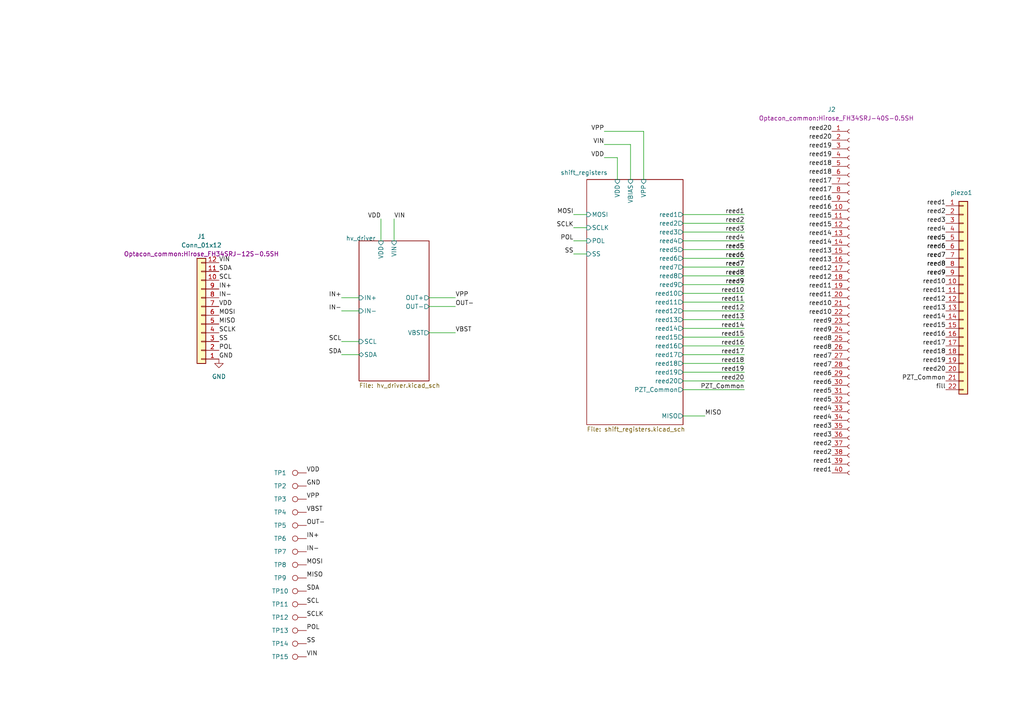
<source format=kicad_sch>
(kicad_sch (version 20230121) (generator eeschema)
  (paper "A4")
  (lib_symbols
    (symbol "Connector:Conn_01x40_Socket" (pin_names (offset 1.016) hide)
      (property "Reference" "J" (at 0 50.8 0))
      (property "Value" "Conn_01x40_Socket" (at 0 -53.34 0))
      (symbol "Conn_01x40_Socket_1_1"
        (arc (start 0 -50.292) (mid -0.5058 -50.8) (end 0 -51.308) (stroke (width 0.1524)))
        (arc (start 0 -47.752) (mid -0.5058 -48.26) (end 0 -48.768) (stroke (width 0.1524)))
        (arc (start 0 -45.212) (mid -0.5058 -45.72) (end 0 -46.228) (stroke (width 0.1524)))
        (arc (start 0 -42.672) (mid -0.5058 -43.18) (end 0 -43.688) (stroke (width 0.1524)))
        (arc (start 0 -40.132) (mid -0.5058 -40.64) (end 0 -41.148) (stroke (width 0.1524)))
        (arc (start 0 -37.592) (mid -0.5058 -38.1) (end 0 -38.608) (stroke (width 0.1524)))
        (arc (start 0 -35.052) (mid -0.5058 -35.56) (end 0 -36.068) (stroke (width 0.1524)))
        (arc (start 0 -32.512) (mid -0.5058 -33.02) (end 0 -33.528) (stroke (width 0.1524)))
        (arc (start 0 -29.972) (mid -0.5058 -30.48) (end 0 -30.988) (stroke (width 0.1524)))
        (arc (start 0 -27.432) (mid -0.5058 -27.94) (end 0 -28.448) (stroke (width 0.1524)))
        (arc (start 0 -24.892) (mid -0.5058 -25.4) (end 0 -25.908) (stroke (width 0.1524)))
        (arc (start 0 -22.352) (mid -0.5058 -22.86) (end 0 -23.368) (stroke (width 0.1524)))
        (arc (start 0 -19.812) (mid -0.5058 -20.32) (end 0 -20.828) (stroke (width 0.1524)))
        (arc (start 0 -17.272) (mid -0.5058 -17.78) (end 0 -18.288) (stroke (width 0.1524)))
        (arc (start 0 -14.732) (mid -0.5058 -15.24) (end 0 -15.748) (stroke (width 0.1524)))
        (arc (start 0 -12.192) (mid -0.5058 -12.7) (end 0 -13.208) (stroke (width 0.1524)))
        (arc (start 0 -9.652) (mid -0.5058 -10.16) (end 0 -10.668) (stroke (width 0.1524)))
        (arc (start 0 -7.112) (mid -0.5058 -7.62) (end 0 -8.128) (stroke (width 0.1524)))
        (arc (start 0 -4.572) (mid -0.5058 -5.08) (end 0 -5.588) (stroke (width 0.1524)))
        (arc (start 0 -2.032) (mid -0.5058 -2.54) (end 0 -3.048) (stroke (width 0.1524)))
        (polyline (pts (xy -1.27 -50.8) (xy -0.508 -50.8)) (stroke (width 0.1524)))
        (polyline (pts (xy -1.27 -48.26) (xy -0.508 -48.26)) (stroke (width 0.1524)))
        (polyline (pts (xy -1.27 -45.72) (xy -0.508 -45.72)) (stroke (width 0.1524)))
        (polyline (pts (xy -1.27 -43.18) (xy -0.508 -43.18)) (stroke (width 0.1524)))
        (polyline (pts (xy -1.27 -40.64) (xy -0.508 -40.64)) (stroke (width 0.1524)))
        (polyline (pts (xy -1.27 -38.1) (xy -0.508 -38.1)) (stroke (width 0.1524)))
        (polyline (pts (xy -1.27 -35.56) (xy -0.508 -35.56)) (stroke (width 0.1524)))
        (polyline (pts (xy -1.27 -33.02) (xy -0.508 -33.02)) (stroke (width 0.1524)))
        (polyline (pts (xy -1.27 -30.48) (xy -0.508 -30.48)) (stroke (width 0.1524)))
        (polyline (pts (xy -1.27 -27.94) (xy -0.508 -27.94)) (stroke (width 0.1524)))
        (polyline (pts (xy -1.27 -25.4) (xy -0.508 -25.4)) (stroke (width 0.1524)))
        (polyline (pts (xy -1.27 -22.86) (xy -0.508 -22.86)) (stroke (width 0.1524)))
        (polyline (pts (xy -1.27 -20.32) (xy -0.508 -20.32)) (stroke (width 0.1524)))
        (polyline (pts (xy -1.27 -17.78) (xy -0.508 -17.78)) (stroke (width 0.1524)))
        (polyline (pts (xy -1.27 -15.24) (xy -0.508 -15.24)) (stroke (width 0.1524)))
        (polyline (pts (xy -1.27 -12.7) (xy -0.508 -12.7)) (stroke (width 0.1524)))
        (polyline (pts (xy -1.27 -10.16) (xy -0.508 -10.16)) (stroke (width 0.1524)))
        (polyline (pts (xy -1.27 -7.62) (xy -0.508 -7.62)) (stroke (width 0.1524)))
        (polyline (pts (xy -1.27 -5.08) (xy -0.508 -5.08)) (stroke (width 0.1524)))
        (polyline (pts (xy -1.27 -2.54) (xy -0.508 -2.54)) (stroke (width 0.1524)))
        (polyline (pts (xy -1.27 0) (xy -0.508 0)) (stroke (width 0.1524)))
        (polyline (pts (xy -1.27 2.54) (xy -0.508 2.54)) (stroke (width 0.1524)))
        (polyline (pts (xy -1.27 5.08) (xy -0.508 5.08)) (stroke (width 0.1524)))
        (polyline (pts (xy -1.27 7.62) (xy -0.508 7.62)) (stroke (width 0.1524)))
        (polyline (pts (xy -1.27 10.16) (xy -0.508 10.16)) (stroke (width 0.1524)))
        (polyline (pts (xy -1.27 12.7) (xy -0.508 12.7)) (stroke (width 0.1524)))
        (polyline (pts (xy -1.27 15.24) (xy -0.508 15.24)) (stroke (width 0.1524)))
        (polyline (pts (xy -1.27 17.78) (xy -0.508 17.78)) (stroke (width 0.1524)))
        (polyline (pts (xy -1.27 20.32) (xy -0.508 20.32)) (stroke (width 0.1524)))
        (polyline (pts (xy -1.27 22.86) (xy -0.508 22.86)) (stroke (width 0.1524)))
        (polyline (pts (xy -1.27 25.4) (xy -0.508 25.4)) (stroke (width 0.1524)))
        (polyline (pts (xy -1.27 27.94) (xy -0.508 27.94)) (stroke (width 0.1524)))
        (polyline (pts (xy -1.27 30.48) (xy -0.508 30.48)) (stroke (width 0.1524)))
        (polyline (pts (xy -1.27 33.02) (xy -0.508 33.02)) (stroke (width 0.1524)))
        (polyline (pts (xy -1.27 35.56) (xy -0.508 35.56)) (stroke (width 0.1524)))
        (polyline (pts (xy -1.27 38.1) (xy -0.508 38.1)) (stroke (width 0.1524)))
        (polyline (pts (xy -1.27 40.64) (xy -0.508 40.64)) (stroke (width 0.1524)))
        (polyline (pts (xy -1.27 43.18) (xy -0.508 43.18)) (stroke (width 0.1524)))
        (polyline (pts (xy -1.27 45.72) (xy -0.508 45.72)) (stroke (width 0.1524)))
        (polyline (pts (xy -1.27 48.26) (xy -0.508 48.26)) (stroke (width 0.1524)))
        (arc (start 0 0.508) (mid -0.5058 0) (end 0 -0.508) (stroke (width 0.1524)))
        (arc (start 0 3.048) (mid -0.5058 2.54) (end 0 2.032) (stroke (width 0.1524)))
        (arc (start 0 5.588) (mid -0.5058 5.08) (end 0 4.572) (stroke (width 0.1524)))
        (arc (start 0 8.128) (mid -0.5058 7.62) (end 0 7.112) (stroke (width 0.1524)))
        (arc (start 0 10.668) (mid -0.5058 10.16) (end 0 9.652) (stroke (width 0.1524)))
        (arc (start 0 13.208) (mid -0.5058 12.7) (end 0 12.192) (stroke (width 0.1524)))
        (arc (start 0 15.748) (mid -0.5058 15.24) (end 0 14.732) (stroke (width 0.1524)))
        (arc (start 0 18.288) (mid -0.5058 17.78) (end 0 17.272) (stroke (width 0.1524)))
        (arc (start 0 20.828) (mid -0.5058 20.32) (end 0 19.812) (stroke (width 0.1524)))
        (arc (start 0 23.368) (mid -0.5058 22.86) (end 0 22.352) (stroke (width 0.1524)))
        (arc (start 0 25.908) (mid -0.5058 25.4) (end 0 24.892) (stroke (width 0.1524)))
        (arc (start 0 28.448) (mid -0.5058 27.94) (end 0 27.432) (stroke (width 0.1524)))
        (arc (start 0 30.988) (mid -0.5058 30.48) (end 0 29.972) (stroke (width 0.1524)))
        (arc (start 0 33.528) (mid -0.5058 33.02) (end 0 32.512) (stroke (width 0.1524)))
        (arc (start 0 36.068) (mid -0.5058 35.56) (end 0 35.052) (stroke (width 0.1524)))
        (arc (start 0 38.608) (mid -0.5058 38.1) (end 0 37.592) (stroke (width 0.1524)))
        (arc (start 0 41.148) (mid -0.5058 40.64) (end 0 40.132) (stroke (width 0.1524)))
        (arc (start 0 43.688) (mid -0.5058 43.18) (end 0 42.672) (stroke (width 0.1524)))
        (arc (start 0 46.228) (mid -0.5058 45.72) (end 0 45.212) (stroke (width 0.1524)))
        (arc (start 0 48.768) (mid -0.5058 48.26) (end 0 47.752) (stroke (width 0.1524)))
        (pin passive line (at -5.08 48.26 0) (length 3.81) (name "Pin_1") (number "1"))
        (pin passive line (at -5.08 25.4 0) (length 3.81) (name "Pin_10") (number "10"))
        (pin passive line (at -5.08 22.86 0) (length 3.81) (name "Pin_11") (number "11"))
        (pin passive line (at -5.08 20.32 0) (length 3.81) (name "Pin_12") (number "12"))
        (pin passive line (at -5.08 17.78 0) (length 3.81) (name "Pin_13") (number "13"))
        (pin passive line (at -5.08 15.24 0) (length 3.81) (name "Pin_14") (number "14"))
        (pin passive line (at -5.08 12.7 0) (length 3.81) (name "Pin_15") (number "15"))
        (pin passive line (at -5.08 10.16 0) (length 3.81) (name "Pin_16") (number "16"))
        (pin passive line (at -5.08 7.62 0) (length 3.81) (name "Pin_17") (number "17"))
        (pin passive line (at -5.08 5.08 0) (length 3.81) (name "Pin_18") (number "18"))
        (pin passive line (at -5.08 2.54 0) (length 3.81) (name "Pin_19") (number "19"))
        (pin passive line (at -5.08 45.72 0) (length 3.81) (name "Pin_2") (number "2"))
        (pin passive line (at -5.08 0 0) (length 3.81) (name "Pin_20") (number "20"))
        (pin passive line (at -5.08 -2.54 0) (length 3.81) (name "Pin_21") (number "21"))
        (pin passive line (at -5.08 -5.08 0) (length 3.81) (name "Pin_22") (number "22"))
        (pin passive line (at -5.08 -7.62 0) (length 3.81) (name "Pin_23") (number "23"))
        (pin passive line (at -5.08 -10.16 0) (length 3.81) (name "Pin_24") (number "24"))
        (pin passive line (at -5.08 -12.7 0) (length 3.81) (name "Pin_25") (number "25"))
        (pin passive line (at -5.08 -15.24 0) (length 3.81) (name "Pin_26") (number "26"))
        (pin passive line (at -5.08 -17.78 0) (length 3.81) (name "Pin_27") (number "27"))
        (pin passive line (at -5.08 -20.32 0) (length 3.81) (name "Pin_28") (number "28"))
        (pin passive line (at -5.08 -22.86 0) (length 3.81) (name "Pin_29") (number "29"))
        (pin passive line (at -5.08 43.18 0) (length 3.81) (name "Pin_3") (number "3"))
        (pin passive line (at -5.08 -25.4 0) (length 3.81) (name "Pin_30") (number "30"))
        (pin passive line (at -5.08 -27.94 0) (length 3.81) (name "Pin_31") (number "31"))
        (pin passive line (at -5.08 -30.48 0) (length 3.81) (name "Pin_32") (number "32"))
        (pin passive line (at -5.08 -33.02 0) (length 3.81) (name "Pin_33") (number "33"))
        (pin passive line (at -5.08 -35.56 0) (length 3.81) (name "Pin_34") (number "34"))
        (pin passive line (at -5.08 -38.1 0) (length 3.81) (name "Pin_35") (number "35"))
        (pin passive line (at -5.08 -40.64 0) (length 3.81) (name "Pin_36") (number "36"))
        (pin passive line (at -5.08 -43.18 0) (length 3.81) (name "Pin_37") (number "37"))
        (pin passive line (at -5.08 -45.72 0) (length 3.81) (name "Pin_38") (number "38"))
        (pin passive line (at -5.08 -48.26 0) (length 3.81) (name "Pin_39") (number "39"))
        (pin passive line (at -5.08 40.64 0) (length 3.81) (name "Pin_4") (number "4"))
        (pin passive line (at -5.08 -50.8 0) (length 3.81) (name "Pin_40") (number "40"))
        (pin passive line (at -5.08 38.1 0) (length 3.81) (name "Pin_5") (number "5"))
        (pin passive line (at -5.08 35.56 0) (length 3.81) (name "Pin_6") (number "6"))
        (pin passive line (at -5.08 33.02 0) (length 3.81) (name "Pin_7") (number "7"))
        (pin passive line (at -5.08 30.48 0) (length 3.81) (name "Pin_8") (number "8"))
        (pin passive line (at -5.08 27.94 0) (length 3.81) (name "Pin_9") (number "9"))
      )
    )
    (symbol "Connector:TestPoint" (pin_numbers hide) (pin_names (offset 0.762) hide)
      (property "Reference" "TP" (at 0 6.858 0))
      (property "Value" "TestPoint" (at 0 5.08 0))
      (symbol "TestPoint_0_1"
        (circle (center 0 3.302) (radius 0.762))
      )
      (symbol "TestPoint_1_1"
        (pin passive line (at 0 0 90) (length 2.54) (name "1") (number "1"))
      )
    )
    (symbol "Connector_Generic:Conn_01x12" (pin_names (offset 1.016) hide)
      (property "Reference" "J" (at 0 15.24 0))
      (property "Value" "Conn_01x12" (at 0 -17.78 0))
      (symbol "Conn_01x12_1_1"
        (rectangle (start -1.27 -15.113) (end 0 -15.367) (stroke (width 0.1524)))
        (rectangle (start -1.27 -12.573) (end 0 -12.827) (stroke (width 0.1524)))
        (rectangle (start -1.27 -10.033) (end 0 -10.287) (stroke (width 0.1524)))
        (rectangle (start -1.27 -7.493) (end 0 -7.747) (stroke (width 0.1524)))
        (rectangle (start -1.27 -4.953) (end 0 -5.207) (stroke (width 0.1524)))
        (rectangle (start -1.27 -2.413) (end 0 -2.667) (stroke (width 0.1524)))
        (rectangle (start -1.27 0.127) (end 0 -0.127) (stroke (width 0.1524)))
        (rectangle (start -1.27 2.667) (end 0 2.413) (stroke (width 0.1524)))
        (rectangle (start -1.27 5.207) (end 0 4.953) (stroke (width 0.1524)))
        (rectangle (start -1.27 7.747) (end 0 7.493) (stroke (width 0.1524)))
        (rectangle (start -1.27 10.287) (end 0 10.033) (stroke (width 0.1524)))
        (rectangle (start -1.27 12.827) (end 0 12.573) (stroke (width 0.1524)))
        (rectangle (start -1.27 13.97) (end 1.27 -16.51) (stroke (width 0.254)) (fill (type background)))
        (pin passive line (at -5.08 12.7 0) (length 3.81) (name "Pin_1") (number "1"))
        (pin passive line (at -5.08 -10.16 0) (length 3.81) (name "Pin_10") (number "10"))
        (pin passive line (at -5.08 -12.7 0) (length 3.81) (name "Pin_11") (number "11"))
        (pin passive line (at -5.08 -15.24 0) (length 3.81) (name "Pin_12") (number "12"))
        (pin passive line (at -5.08 10.16 0) (length 3.81) (name "Pin_2") (number "2"))
        (pin passive line (at -5.08 7.62 0) (length 3.81) (name "Pin_3") (number "3"))
        (pin passive line (at -5.08 5.08 0) (length 3.81) (name "Pin_4") (number "4"))
        (pin passive line (at -5.08 2.54 0) (length 3.81) (name "Pin_5") (number "5"))
        (pin passive line (at -5.08 0 0) (length 3.81) (name "Pin_6") (number "6"))
        (pin passive line (at -5.08 -2.54 0) (length 3.81) (name "Pin_7") (number "7"))
        (pin passive line (at -5.08 -5.08 0) (length 3.81) (name "Pin_8") (number "8"))
        (pin passive line (at -5.08 -7.62 0) (length 3.81) (name "Pin_9") (number "9"))
      )
    )
    (symbol "Connector_Generic:Conn_01x22" (pin_names (offset 1.016) hide)
      (property "Reference" "J" (at 0 27.94 0))
      (property "Value" "Conn_01x22" (at 0 -30.48 0))
      (symbol "Conn_01x22_1_1"
        (rectangle (start -1.27 -27.813) (end 0 -28.067) (stroke (width 0.1524)))
        (rectangle (start -1.27 -25.273) (end 0 -25.527) (stroke (width 0.1524)))
        (rectangle (start -1.27 -22.733) (end 0 -22.987) (stroke (width 0.1524)))
        (rectangle (start -1.27 -20.193) (end 0 -20.447) (stroke (width 0.1524)))
        (rectangle (start -1.27 -17.653) (end 0 -17.907) (stroke (width 0.1524)))
        (rectangle (start -1.27 -15.113) (end 0 -15.367) (stroke (width 0.1524)))
        (rectangle (start -1.27 -12.573) (end 0 -12.827) (stroke (width 0.1524)))
        (rectangle (start -1.27 -10.033) (end 0 -10.287) (stroke (width 0.1524)))
        (rectangle (start -1.27 -7.493) (end 0 -7.747) (stroke (width 0.1524)))
        (rectangle (start -1.27 -4.953) (end 0 -5.207) (stroke (width 0.1524)))
        (rectangle (start -1.27 -2.413) (end 0 -2.667) (stroke (width 0.1524)))
        (rectangle (start -1.27 0.127) (end 0 -0.127) (stroke (width 0.1524)))
        (rectangle (start -1.27 2.667) (end 0 2.413) (stroke (width 0.1524)))
        (rectangle (start -1.27 5.207) (end 0 4.953) (stroke (width 0.1524)))
        (rectangle (start -1.27 7.747) (end 0 7.493) (stroke (width 0.1524)))
        (rectangle (start -1.27 10.287) (end 0 10.033) (stroke (width 0.1524)))
        (rectangle (start -1.27 12.827) (end 0 12.573) (stroke (width 0.1524)))
        (rectangle (start -1.27 15.367) (end 0 15.113) (stroke (width 0.1524)))
        (rectangle (start -1.27 17.907) (end 0 17.653) (stroke (width 0.1524)))
        (rectangle (start -1.27 20.447) (end 0 20.193) (stroke (width 0.1524)))
        (rectangle (start -1.27 22.987) (end 0 22.733) (stroke (width 0.1524)))
        (rectangle (start -1.27 25.527) (end 0 25.273) (stroke (width 0.1524)))
        (rectangle (start -1.27 26.67) (end 1.27 -29.21) (stroke (width 0.254)) (fill (type background)))
        (pin passive line (at -5.08 25.4 0) (length 3.81) (name "Pin_1") (number "1"))
        (pin passive line (at -5.08 2.54 0) (length 3.81) (name "Pin_10") (number "10"))
        (pin passive line (at -5.08 0 0) (length 3.81) (name "Pin_11") (number "11"))
        (pin passive line (at -5.08 -2.54 0) (length 3.81) (name "Pin_12") (number "12"))
        (pin passive line (at -5.08 -5.08 0) (length 3.81) (name "Pin_13") (number "13"))
        (pin passive line (at -5.08 -7.62 0) (length 3.81) (name "Pin_14") (number "14"))
        (pin passive line (at -5.08 -10.16 0) (length 3.81) (name "Pin_15") (number "15"))
        (pin passive line (at -5.08 -12.7 0) (length 3.81) (name "Pin_16") (number "16"))
        (pin passive line (at -5.08 -15.24 0) (length 3.81) (name "Pin_17") (number "17"))
        (pin passive line (at -5.08 -17.78 0) (length 3.81) (name "Pin_18") (number "18"))
        (pin passive line (at -5.08 -20.32 0) (length 3.81) (name "Pin_19") (number "19"))
        (pin passive line (at -5.08 22.86 0) (length 3.81) (name "Pin_2") (number "2"))
        (pin passive line (at -5.08 -22.86 0) (length 3.81) (name "Pin_20") (number "20"))
        (pin passive line (at -5.08 -25.4 0) (length 3.81) (name "Pin_21") (number "21"))
        (pin passive line (at -5.08 -27.94 0) (length 3.81) (name "Pin_22") (number "22"))
        (pin passive line (at -5.08 20.32 0) (length 3.81) (name "Pin_3") (number "3"))
        (pin passive line (at -5.08 17.78 0) (length 3.81) (name "Pin_4") (number "4"))
        (pin passive line (at -5.08 15.24 0) (length 3.81) (name "Pin_5") (number "5"))
        (pin passive line (at -5.08 12.7 0) (length 3.81) (name "Pin_6") (number "6"))
        (pin passive line (at -5.08 10.16 0) (length 3.81) (name "Pin_7") (number "7"))
        (pin passive line (at -5.08 7.62 0) (length 3.81) (name "Pin_8") (number "8"))
        (pin passive line (at -5.08 5.08 0) (length 3.81) (name "Pin_9") (number "9"))
      )
    )
    (symbol "TestPoint_1" (pin_numbers hide) (pin_names (offset 0.762) hide)
      (property "Reference" "TP" (at 0 6.858 0))
      (property "Value" "TestPoint" (at 0 5.08 0))
      (symbol "TestPoint_1_0_1"
        (circle (center 0 3.302) (radius 0.762))
      )
      (symbol "TestPoint_1_1_1"
        (pin passive line (at 0 0 90) (length 2.54) (name "1") (number "1"))
      )
    )
    (symbol "power:GND" (power) (pin_names (offset 0))
      (property "Value" "GND" (at 0 -3.81 0))
      (symbol "GND_0_1"
        (polyline (pts (xy 0 0) (xy 0 -1.27) (xy 1.27 -1.27) (xy 0 -2.54) (xy -1.27 -1.27) (xy 0 -1.27)))
      )
      (symbol "GND_1_1"
        (pin power_in line (at 0 0 270) (length 0) hide (name "GND") (number "1"))
      )
    )
  )
  (wire (pts (xy 198.12 90.17) (xy 215.9 90.17)))
  (wire (pts (xy 198.12 72.39) (xy 215.9 72.39)))
  (wire (pts (xy 166.37 62.23) (xy 170.18 62.23)))
  (wire (pts (xy 198.12 74.93) (xy 215.9 74.93)))
  (wire (pts (xy 99.06 90.17) (xy 104.14 90.17)))
  (wire (pts (xy 198.12 97.79) (xy 215.9 97.79)))
  (wire (pts (xy 166.37 69.85) (xy 170.18 69.85)))
  (wire (pts (xy 99.06 86.36) (xy 104.14 86.36)))
  (wire (pts (xy 175.26 41.91) (xy 182.88 41.91)))
  (wire (pts (xy 99.06 102.87) (xy 104.14 102.87)))
  (wire (pts (xy 198.12 77.47) (xy 215.9 77.47)))
  (wire (pts (xy 198.12 67.31) (xy 215.9 67.31)))
  (wire (pts (xy 175.26 45.72) (xy 179.07 45.72)))
  (wire (pts (xy 198.12 107.95) (xy 215.9 107.95)))
  (wire (pts (xy 124.46 88.9) (xy 132.08 88.9)))
  (wire (pts (xy 198.12 113.03) (xy 215.9 113.03)))
  (wire (pts (xy 166.37 66.04) (xy 170.18 66.04)))
  (wire (pts (xy 166.37 73.66) (xy 170.18 73.66)))
  (wire (pts (xy 182.88 41.91) (xy 182.88 52.07)))
  (wire (pts (xy 198.12 82.55) (xy 215.9 82.55)))
  (wire (pts (xy 198.12 105.41) (xy 215.9 105.41)))
  (wire (pts (xy 179.07 45.72) (xy 179.07 52.07)))
  (wire (pts (xy 99.06 99.06) (xy 104.14 99.06)))
  (wire (pts (xy 198.12 69.85) (xy 215.9 69.85)))
  (wire (pts (xy 114.3 63.5) (xy 114.3 69.85)))
  (wire (pts (xy 198.12 102.87) (xy 215.9 102.87)))
  (wire (pts (xy 175.26 38.1) (xy 186.69 38.1)))
  (wire (pts (xy 198.12 110.49) (xy 215.9 110.49)))
  (wire (pts (xy 198.12 62.23) (xy 215.9 62.23)))
  (wire (pts (xy 198.12 100.33) (xy 215.9 100.33)))
  (wire (pts (xy 110.49 63.5) (xy 110.49 69.85)))
  (wire (pts (xy 124.46 96.52) (xy 132.08 96.52)))
  (wire (pts (xy 198.12 87.63) (xy 215.9 87.63)))
  (wire (pts (xy 198.12 92.71) (xy 215.9 92.71)))
  (wire (pts (xy 198.12 85.09) (xy 215.9 85.09)))
  (wire (pts (xy 198.12 95.25) (xy 215.9 95.25)))
  (wire (pts (xy 198.12 64.77) (xy 215.9 64.77)))
  (wire (pts (xy 198.12 80.01) (xy 215.9 80.01)))
  (wire (pts (xy 198.12 120.65) (xy 204.47 120.65)))
  (wire (pts (xy 124.46 86.36) (xy 132.08 86.36)))
  (wire (pts (xy 186.69 38.1) (xy 186.69 52.07)))
  (label "reed11" (at 274.32 85.09 180))
  (label "reed2" (at 241.3 129.54 180))
  (label "reed9" (at 274.32 80.01 180))
  (label "reed9" (at 215.9 82.55 180))
  (label "SCL" (at 99.06 99.06 180))
  (label "reed1" (at 215.9 62.23 180))
  (label "IN+" (at 63.5 83.82 0))
  (label "reed14" (at 241.3 68.58 180))
  (label "reed17" (at 241.3 53.34 180))
  (label "reed9" (at 241.3 96.52 180))
  (label "reed18" (at 241.3 50.8 180))
  (label "reed11" (at 241.3 86.36 180))
  (label "reed16" (at 274.32 97.79 180))
  (label "reed3" (at 241.3 124.46 180))
  (label "reed5" (at 241.3 114.3 180))
  (label "reed10" (at 241.3 91.44 180))
  (label "reed17" (at 215.9 102.87 180))
  (label "reed13" (at 241.3 73.66 180))
  (label "reed18" (at 215.9 105.41 180))
  (label "reed3" (at 215.9 67.31 180))
  (label "VPP" (at 88.9 144.78 0))
  (label "reed7" (at 215.9 77.47 180))
  (label "IN+" (at 88.9 156.21 0))
  (label "reed11" (at 215.9 87.63 180))
  (label "reed10" (at 241.3 88.9 180))
  (label "reed19" (at 215.9 107.95 180))
  (label "reed19" (at 274.32 105.41 180))
  (label "reed20" (at 274.32 107.95 180))
  (label "reed7" (at 215.9 77.47 180))
  (label "VDD" (at 175.26 45.72 180))
  (label "MISO" (at 63.5 93.98 0))
  (label "reed7" (at 274.32 74.93 180))
  (label "reed15" (at 274.32 95.25 180))
  (label "reed1" (at 274.32 59.69 180))
  (label "reed9" (at 215.9 82.55 180))
  (label "IN-" (at 99.06 90.17 180))
  (label "reed6" (at 215.9 74.93 180))
  (label "reed13" (at 215.9 92.71 180))
  (label "reed5" (at 215.9 72.39 180))
  (label "reed4" (at 215.9 69.85 180))
  (label "PZT_Common" (at 215.9 113.03 180))
  (label "VPP" (at 175.26 38.1 180))
  (label "SDA" (at 63.5 78.74 0))
  (label "VBST" (at 132.08 96.52 0))
  (label "reed20" (at 241.3 40.64 180))
  (label "reed12" (at 241.3 81.28 180))
  (label "MOSI" (at 88.9 163.83 0))
  (label "reed19" (at 241.3 45.72 180))
  (label "reed1" (at 241.3 134.62 180))
  (label "MOSI" (at 63.5 91.44 0))
  (label "reed5" (at 274.32 69.85 180))
  (label "reed20" (at 241.3 38.1 180))
  (label "reed6" (at 274.32 72.39 180))
  (label "reed9" (at 274.32 80.01 180))
  (label "reed2" (at 241.3 132.08 180))
  (label "reed8" (at 274.32 77.47 180))
  (label "reed8" (at 215.9 80.01 180))
  (label "reed11" (at 241.3 83.82 180))
  (label "reed13" (at 241.3 76.2 180))
  (label "SS" (at 166.37 73.66 180))
  (label "SCL" (at 88.9 175.26 0))
  (label "reed16" (at 241.3 58.42 180))
  (label "reed4" (at 241.3 121.92 180))
  (label "POL" (at 63.5 101.6 0))
  (label "reed7" (at 274.32 74.93 180))
  (label "VDD" (at 63.5 88.9 0))
  (label "SS" (at 63.5 99.06 0))
  (label "MISO" (at 88.9 167.64 0))
  (label "reed16" (at 215.9 100.33 180))
  (label "SCLK" (at 88.9 179.07 0))
  (label "reed14" (at 241.3 71.12 180))
  (label "MOSI" (at 166.37 62.23 180))
  (label "VIN" (at 88.9 190.5 0))
  (label "reed12" (at 274.32 87.63 180))
  (label "reed17" (at 241.3 55.88 180))
  (label "reed6" (at 215.9 74.93 180))
  (label "GND" (at 63.5 104.14 0))
  (label "SS" (at 88.9 186.69 0))
  (label "reed5" (at 215.9 72.39 180))
  (label "OUT-" (at 132.08 88.9 0))
  (label "reed14" (at 215.9 95.25 180))
  (label "POL" (at 88.9 182.88 0))
  (label "VBST" (at 88.9 148.59 0))
  (label "reed15" (at 241.3 66.04 180))
  (label "VIN" (at 175.26 41.91 180))
  (label "SDA" (at 99.06 102.87 180))
  (label "reed3" (at 241.3 127 180))
  (label "reed4" (at 274.32 67.31 180))
  (label "IN+" (at 99.06 86.36 180))
  (label "reed8" (at 274.32 77.47 180))
  (label "reed2" (at 215.9 64.77 180))
  (label "SCLK" (at 166.37 66.04 180))
  (label "reed7" (at 241.3 104.14 180))
  (label "reed6" (at 241.3 109.22 180))
  (label "GND" (at 88.9 140.97 0))
  (label "VIN" (at 63.5 76.2 0))
  (label "reed12" (at 241.3 78.74 180))
  (label "reed5" (at 241.3 116.84 180))
  (label "SCLK" (at 63.5 96.52 0))
  (label "reed19" (at 241.3 43.18 180))
  (label "reed8" (at 241.3 101.6 180))
  (label "reed15" (at 215.9 97.79 180))
  (label "reed2" (at 274.32 62.23 180))
  (label "reed8" (at 215.9 80.01 180))
  (label "POL" (at 166.37 69.85 180))
  (label "reed18" (at 274.32 102.87 180))
  (label "reed4" (at 241.3 119.38 180))
  (label "reed15" (at 241.3 63.5 180))
  (label "reed9" (at 241.3 93.98 180))
  (label "IN-" (at 88.9 160.02 0))
  (label "VPP" (at 132.08 86.36 0))
  (label "reed16" (at 241.3 60.96 180))
  (label "reed6" (at 274.32 72.39 180))
  (label "reed3" (at 274.32 64.77 180))
  (label "OUT-" (at 88.9 152.4 0))
  (label "reed5" (at 274.32 69.85 180))
  (label "VIN" (at 114.3 63.5 0))
  (label "reed12" (at 215.9 90.17 180))
  (label "reed8" (at 241.3 99.06 180))
  (label "reed20" (at 215.9 110.49 180))
  (label "reed1" (at 241.3 137.16 180))
  (label "reed17" (at 274.32 100.33 180))
  (label "SDA" (at 88.9 171.45 0))
  (label "reed6" (at 241.3 111.76 180))
  (label "reed18" (at 241.3 48.26 180))
  (label "MISO" (at 204.47 120.65 0))
  (label "VDD" (at 88.9 137.16 0))
  (label "PZT_Common" (at 274.32 110.49 180))
  (label "fill" (at 274.32 113.03 180))
  (label "VDD" (at 110.49 63.5 180))
  (label "reed7" (at 241.3 106.68 180))
  (label "reed14" (at 274.32 92.71 180))
  (label "SCL" (at 63.5 81.28 0))
  (label "reed10" (at 274.32 82.55 180))
  (label "reed13" (at 274.32 90.17 180))
  (label "reed10" (at 215.9 85.09 180))
  (label "IN-" (at 63.5 86.36 0))
  (symbol (lib_id "Connector:TestPoint") (at 88.9 175.26 90) (unit 1)
    (property "Reference" "TP11" (at 81.28 175.26 90))
    (property "Value" "TestPoint" (effects hide))
    (property "Footprint" "TestPoint:TestPoint_THTPad_D1.0mm_Drill0.5mm" (effects hide))
  )
  (symbol (lib_id "Connector_Generic:Conn_01x22") (at 279.4 85.09 0) (unit 1)
    (property "Reference" "piezo1" (at 275.59 55.88 0) (effects (justify left)))
    (property "Value" "Conn_01x22" (effects hide))
    (property "Footprint" "Optacon_common:piezox20" (effects hide))
  )
  (symbol (lib_id "Connector:TestPoint") (at 88.9 171.45 90) (unit 1)
    (property "Reference" "TP10" (at 81.28 171.45 90))
    (property "Value" "TestPoint" (effects hide))
    (property "Footprint" "TestPoint:TestPoint_THTPad_D1.0mm_Drill0.5mm" (effects hide))
  )
  (symbol (lib_id "Connector:TestPoint") (at 88.9 152.4 90) (unit 1)
    (property "Reference" "TP5" (at 81.28 152.4 90))
    (property "Value" "TestPoint" (effects hide))
    (property "Footprint" "TestPoint:TestPoint_THTPad_D1.0mm_Drill0.5mm" (effects hide))
  )
  (symbol (lib_id "Connector:TestPoint") (at 88.9 167.64 90) (unit 1)
    (property "Reference" "TP9" (at 81.28 167.64 90))
    (property "Value" "TestPoint" (effects hide))
    (property "Footprint" "TestPoint:TestPoint_THTPad_D1.0mm_Drill0.5mm" (effects hide))
  )
  (symbol (lib_id "Connector:Conn_01x40_Socket") (at 246.38 86.36 0) (unit 1)
    (property "Reference" "J2" (at 240.03 31.75 0) (effects (justify left)))
    (property "Value" "Conn_01x40_Socket" (effects hide))
    (property "Footprint" "Optacon_common:Hirose_FH34SRJ-40S-0.5SH" (at 242.57 34.29 0))
  )
  (symbol (lib_name "TestPoint_1") (lib_id "Connector:TestPoint") (at 88.9 190.5 90) (unit 1)
    (property "Reference" "TP15" (at 81.28 190.5 90))
    (property "Value" "VDD" (effects hide))
    (property "Footprint" "TestPoint:TestPoint_THTPad_D1.0mm_Drill0.5mm" (effects hide))
  )
  (symbol (lib_name "TestPoint_1") (lib_id "Connector:TestPoint") (at 88.9 137.16 90) (unit 1)
    (property "Reference" "TP1" (at 81.28 137.16 90))
    (property "Value" "VDD" (effects hide))
    (property "Footprint" "TestPoint:TestPoint_THTPad_D1.0mm_Drill0.5mm" (effects hide))
  )
  (symbol (lib_id "Connector:TestPoint") (at 88.9 186.69 90) (unit 1)
    (property "Reference" "TP14" (at 81.28 186.69 90))
    (property "Value" "TestPoint" (effects hide))
    (property "Footprint" "TestPoint:TestPoint_THTPad_D1.0mm_Drill0.5mm" (effects hide))
  )
  (symbol (lib_id "Connector:TestPoint") (at 88.9 148.59 90) (unit 1)
    (property "Reference" "TP4" (at 81.28 148.59 90))
    (property "Value" "TestPoint" (effects hide))
    (property "Footprint" "TestPoint:TestPoint_THTPad_D1.0mm_Drill0.5mm" (effects hide))
  )
  (symbol (lib_id "Connector:TestPoint") (at 88.9 179.07 90) (unit 1)
    (property "Reference" "TP12" (at 81.28 179.07 90))
    (property "Value" "TestPoint" (effects hide))
    (property "Footprint" "TestPoint:TestPoint_THTPad_D1.0mm_Drill0.5mm" (effects hide))
  )
  (symbol (lib_id "Connector:TestPoint") (at 88.9 163.83 90) (unit 1)
    (property "Reference" "TP8" (at 81.28 163.83 90))
    (property "Value" "TestPoint" (effects hide))
    (property "Footprint" "TestPoint:TestPoint_THTPad_D1.0mm_Drill0.5mm" (effects hide))
  )
  (symbol (lib_id "Connector:TestPoint") (at 88.9 140.97 90) (unit 1)
    (property "Reference" "TP2" (at 81.28 140.97 90))
    (property "Value" "TestPoint" (effects hide))
    (property "Footprint" "TestPoint:TestPoint_THTPad_1.0x1.0mm_Drill0.5mm" (effects hide))
  )
  (symbol (lib_id "Connector:TestPoint") (at 88.9 144.78 90) (unit 1)
    (property "Reference" "TP3" (at 81.28 144.78 90))
    (property "Value" "TestPoint" (effects hide))
    (property "Footprint" "TestPoint:TestPoint_THTPad_D1.0mm_Drill0.5mm" (effects hide))
  )
  (symbol (lib_id "Connector:TestPoint") (at 88.9 160.02 90) (unit 1)
    (property "Reference" "TP7" (at 81.28 160.02 90))
    (property "Value" "TestPoint" (effects hide))
    (property "Footprint" "TestPoint:TestPoint_THTPad_D1.0mm_Drill0.5mm" (effects hide))
  )
  (symbol (lib_id "power:GND") (at 63.5 104.14 0) (unit 1)
    (property "Reference" "#PWR04" (effects hide))
    (property "Value" "GND" (at 63.5 109.22 0))
  )
  (symbol (lib_id "Connector:TestPoint") (at 88.9 156.21 90) (unit 1)
    (property "Reference" "TP6" (at 81.28 156.21 90))
    (property "Value" "TestPoint" (effects hide))
    (property "Footprint" "TestPoint:TestPoint_THTPad_D1.0mm_Drill0.5mm" (effects hide))
  )
  (symbol (lib_id "Connector_Generic:Conn_01x12") (at 58.42 91.44 180) (unit 1)
    (property "Reference" "J1" (at 58.42 68.58 0))
    (property "Value" "Conn_01x12" (at 58.42 71.12 0))
    (property "Footprint" "Optacon_common:Hirose_FH34SRJ-12S-0.5SH" (at 58.42 73.66 0))
    (property "Part" "FH34SRJ-12S-0.5SH" (effects hide))
  )
  (symbol (lib_id "Connector:TestPoint") (at 88.9 182.88 90) (unit 1)
    (property "Reference" "TP13" (at 81.28 182.88 90))
    (property "Value" "TestPoint" (effects hide))
    (property "Footprint" "TestPoint:TestPoint_THTPad_D1.0mm_Drill0.5mm" (effects hide))
  )
  (sheet (at 170.18 52.07) (size 27.94 71.12) (stroke (width 0.1524))
    (property "Sheetname" "shift_registers" (at 162.56 50.8 0) (effects (justify left bottom)))
    (property "Sheetfile" "shift_registers.kicad_sch" (at 170.18 123.7746 0) (effects (justify left top)))
    (pin "PZT_Common" output (at 198.12 113.03 0))
    (pin "VBIAS" input (at 182.88 52.07 90))
    (pin "reed6" output (at 198.12 74.93 0))
    (pin "reed5" output (at 198.12 72.39 0))
    (pin "reed7" output (at 198.12 77.47 0))
    (pin "reed9" output (at 198.12 82.55 0))
    (pin "reed8" output (at 198.12 80.01 0))
    (pin "reed10" output (at 198.12 85.09 0))
    (pin "reed2" output (at 198.12 64.77 0))
    (pin "reed3" output (at 198.12 67.31 0))
    (pin "reed1" output (at 198.12 62.23 0))
    (pin "reed4" output (at 198.12 69.85 0))
    (pin "SS" input (at 170.18 73.66 180))
    (pin "MISO" output (at 198.12 120.65 0))
    (pin "SCLK" input (at 170.18 66.04 180))
    (pin "POL" input (at 170.18 69.85 180))
    (pin "VDD" input (at 179.07 52.07 90))
    (pin "VPP" input (at 186.69 52.07 90))
    (pin "MOSI" input (at 170.18 62.23 180))
    (pin "reed19" output (at 198.12 107.95 0))
    (pin "reed18" output (at 198.12 105.41 0))
    (pin "reed20" output (at 198.12 110.49 0))
    (pin "reed11" output (at 198.12 87.63 0))
    (pin "reed15" output (at 198.12 97.79 0))
    (pin "reed14" output (at 198.12 95.25 0))
    (pin "reed16" output (at 198.12 100.33 0))
    (pin "reed17" output (at 198.12 102.87 0))
    (pin "reed13" output (at 198.12 92.71 0))
    (pin "reed12" output (at 198.12 90.17 0))
  )
  (sheet (at 104.14 69.85) (size 20.32 40.64) (stroke (width 0.1524))
    (property "Sheetname" "hv_driver" (at 100.33 69.85 0) (effects (justify left bottom)))
    (property "Sheetfile" "hv_driver.kicad_sch" (at 104.14 111.0746 0) (effects (justify left top)))
    (pin "OUT+" output (at 124.46 86.36 0))
    (pin "OUT-" output (at 124.46 88.9 0))
    (pin "IN-" input (at 104.14 90.17 180))
    (pin "IN+" input (at 104.14 86.36 180))
    (pin "VDD" input (at 110.49 69.85 90))
    (pin "SDA" bidirectional (at 104.14 102.87 180))
    (pin "SCL" input (at 104.14 99.06 180))
    (pin "VBST" output (at 124.46 96.52 0))
    (pin "VIN" input (at 114.3 69.85 90))
  )
)
</source>
